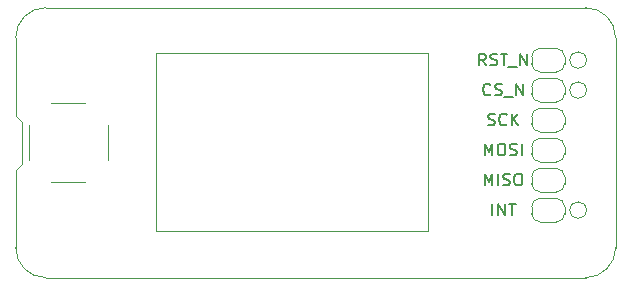
<source format=gto>
G04 #@! TF.GenerationSoftware,KiCad,Pcbnew,(5.1.2-1)-1*
G04 #@! TF.CreationDate,2019-05-16T11:37:58+08:00*
G04 #@! TF.ProjectId,huzzah-cc112x-shield,68757a7a-6168-42d6-9363-313132782d73,1*
G04 #@! TF.SameCoordinates,Original*
G04 #@! TF.FileFunction,Legend,Top*
G04 #@! TF.FilePolarity,Positive*
%FSLAX46Y46*%
G04 Gerber Fmt 4.6, Leading zero omitted, Abs format (unit mm)*
G04 Created by KiCad (PCBNEW (5.1.2-1)-1) date 2019-05-16 11:37:58*
%MOMM*%
%LPD*%
G04 APERTURE LIST*
%ADD10C,0.120000*%
%ADD11C,0.100000*%
%ADD12C,0.150000*%
G04 APERTURE END LIST*
D10*
X61660000Y-17780000D02*
G75*
G03X61660000Y-17780000I-700000J0D01*
G01*
X61660000Y-20320000D02*
G75*
G03X61660000Y-20320000I-700000J0D01*
G01*
X61660000Y-30480000D02*
G75*
G03X61660000Y-30480000I-700000J0D01*
G01*
X57720000Y-19320000D02*
X59120000Y-19320000D01*
X59820000Y-20020000D02*
X59820000Y-20620000D01*
X59120000Y-21320000D02*
X57720000Y-21320000D01*
X57020000Y-20620000D02*
X57020000Y-20020000D01*
X57020000Y-20020000D02*
G75*
G02X57720000Y-19320000I700000J0D01*
G01*
X57720000Y-21320000D02*
G75*
G02X57020000Y-20620000I0J700000D01*
G01*
X59820000Y-20620000D02*
G75*
G02X59120000Y-21320000I-700000J0D01*
G01*
X59120000Y-19320000D02*
G75*
G02X59820000Y-20020000I0J-700000D01*
G01*
X57720000Y-26940000D02*
X59120000Y-26940000D01*
X59820000Y-27640000D02*
X59820000Y-28240000D01*
X59120000Y-28940000D02*
X57720000Y-28940000D01*
X57020000Y-28240000D02*
X57020000Y-27640000D01*
X57020000Y-27640000D02*
G75*
G02X57720000Y-26940000I700000J0D01*
G01*
X57720000Y-28940000D02*
G75*
G02X57020000Y-28240000I0J700000D01*
G01*
X59820000Y-28240000D02*
G75*
G02X59120000Y-28940000I-700000J0D01*
G01*
X59120000Y-26940000D02*
G75*
G02X59820000Y-27640000I0J-700000D01*
G01*
X57720000Y-21860000D02*
X59120000Y-21860000D01*
X59820000Y-22560000D02*
X59820000Y-23160000D01*
X59120000Y-23860000D02*
X57720000Y-23860000D01*
X57020000Y-23160000D02*
X57020000Y-22560000D01*
X57020000Y-22560000D02*
G75*
G02X57720000Y-21860000I700000J0D01*
G01*
X57720000Y-23860000D02*
G75*
G02X57020000Y-23160000I0J700000D01*
G01*
X59820000Y-23160000D02*
G75*
G02X59120000Y-23860000I-700000J0D01*
G01*
X59120000Y-21860000D02*
G75*
G02X59820000Y-22560000I0J-700000D01*
G01*
X57720000Y-24400000D02*
X59120000Y-24400000D01*
X59820000Y-25100000D02*
X59820000Y-25700000D01*
X59120000Y-26400000D02*
X57720000Y-26400000D01*
X57020000Y-25700000D02*
X57020000Y-25100000D01*
X57020000Y-25100000D02*
G75*
G02X57720000Y-24400000I700000J0D01*
G01*
X57720000Y-26400000D02*
G75*
G02X57020000Y-25700000I0J700000D01*
G01*
X59820000Y-25700000D02*
G75*
G02X59120000Y-26400000I-700000J0D01*
G01*
X59120000Y-24400000D02*
G75*
G02X59820000Y-25100000I0J-700000D01*
G01*
X57720000Y-29480000D02*
X59120000Y-29480000D01*
X59820000Y-30180000D02*
X59820000Y-30780000D01*
X59120000Y-31480000D02*
X57720000Y-31480000D01*
X57020000Y-30780000D02*
X57020000Y-30180000D01*
X57020000Y-30180000D02*
G75*
G02X57720000Y-29480000I700000J0D01*
G01*
X57720000Y-31480000D02*
G75*
G02X57020000Y-30780000I0J700000D01*
G01*
X59820000Y-30780000D02*
G75*
G02X59120000Y-31480000I-700000J0D01*
G01*
X59120000Y-29480000D02*
G75*
G02X59820000Y-30180000I0J-700000D01*
G01*
X57720000Y-16780000D02*
X59120000Y-16780000D01*
X59820000Y-17480000D02*
X59820000Y-18080000D01*
X59120000Y-18780000D02*
X57720000Y-18780000D01*
X57020000Y-18080000D02*
X57020000Y-17480000D01*
X57020000Y-17480000D02*
G75*
G02X57720000Y-16780000I700000J0D01*
G01*
X57720000Y-18780000D02*
G75*
G02X57020000Y-18080000I0J700000D01*
G01*
X59820000Y-18080000D02*
G75*
G02X59120000Y-18780000I-700000J0D01*
G01*
X59120000Y-16780000D02*
G75*
G02X59820000Y-17480000I0J-700000D01*
G01*
D11*
X15875000Y-36195000D02*
G75*
G02X13335000Y-33655000I0J2540000D01*
G01*
X13335000Y-27051000D02*
X13335000Y-33655000D01*
X13843000Y-26543000D02*
X13335000Y-27051000D01*
X13843000Y-22987000D02*
X13843000Y-26543000D01*
X13335000Y-22479000D02*
X13843000Y-22987000D01*
X13335000Y-15875000D02*
X13335000Y-22479000D01*
X13335000Y-15875000D02*
G75*
G02X15875000Y-13335000I2540000J0D01*
G01*
X61595000Y-13335000D02*
X15875000Y-13335000D01*
X61595000Y-13335000D02*
G75*
G02X64135000Y-15875000I0J-2540000D01*
G01*
X64135000Y-33655000D02*
X64135000Y-15875000D01*
X64135000Y-33655000D02*
G75*
G02X61595000Y-36195000I-2540000J0D01*
G01*
X15875000Y-36195000D02*
X61595000Y-36195000D01*
D10*
X48250000Y-32250000D02*
X48250000Y-17190000D01*
X48250000Y-32250000D02*
X25200000Y-32250000D01*
X25200000Y-32250000D02*
X25200000Y-17190000D01*
X48250000Y-17190000D02*
X25200000Y-17190000D01*
X16330000Y-28120000D02*
X19230000Y-28120000D01*
X16330000Y-21410000D02*
X19230000Y-21410000D01*
X21135000Y-26215000D02*
X21135000Y-23315000D01*
X14425000Y-26215000D02*
X14425000Y-23315000D01*
D12*
X53538571Y-20677142D02*
X53490952Y-20724761D01*
X53348095Y-20772380D01*
X53252857Y-20772380D01*
X53110000Y-20724761D01*
X53014761Y-20629523D01*
X52967142Y-20534285D01*
X52919523Y-20343809D01*
X52919523Y-20200952D01*
X52967142Y-20010476D01*
X53014761Y-19915238D01*
X53110000Y-19820000D01*
X53252857Y-19772380D01*
X53348095Y-19772380D01*
X53490952Y-19820000D01*
X53538571Y-19867619D01*
X53919523Y-20724761D02*
X54062380Y-20772380D01*
X54300476Y-20772380D01*
X54395714Y-20724761D01*
X54443333Y-20677142D01*
X54490952Y-20581904D01*
X54490952Y-20486666D01*
X54443333Y-20391428D01*
X54395714Y-20343809D01*
X54300476Y-20296190D01*
X54110000Y-20248571D01*
X54014761Y-20200952D01*
X53967142Y-20153333D01*
X53919523Y-20058095D01*
X53919523Y-19962857D01*
X53967142Y-19867619D01*
X54014761Y-19820000D01*
X54110000Y-19772380D01*
X54348095Y-19772380D01*
X54490952Y-19820000D01*
X54681428Y-20867619D02*
X55443333Y-20867619D01*
X55681428Y-20772380D02*
X55681428Y-19772380D01*
X56252857Y-20772380D01*
X56252857Y-19772380D01*
X53038571Y-28392380D02*
X53038571Y-27392380D01*
X53371904Y-28106666D01*
X53705238Y-27392380D01*
X53705238Y-28392380D01*
X54181428Y-28392380D02*
X54181428Y-27392380D01*
X54610000Y-28344761D02*
X54752857Y-28392380D01*
X54990952Y-28392380D01*
X55086190Y-28344761D01*
X55133809Y-28297142D01*
X55181428Y-28201904D01*
X55181428Y-28106666D01*
X55133809Y-28011428D01*
X55086190Y-27963809D01*
X54990952Y-27916190D01*
X54800476Y-27868571D01*
X54705238Y-27820952D01*
X54657619Y-27773333D01*
X54610000Y-27678095D01*
X54610000Y-27582857D01*
X54657619Y-27487619D01*
X54705238Y-27440000D01*
X54800476Y-27392380D01*
X55038571Y-27392380D01*
X55181428Y-27440000D01*
X55800476Y-27392380D02*
X55990952Y-27392380D01*
X56086190Y-27440000D01*
X56181428Y-27535238D01*
X56229047Y-27725714D01*
X56229047Y-28059047D01*
X56181428Y-28249523D01*
X56086190Y-28344761D01*
X55990952Y-28392380D01*
X55800476Y-28392380D01*
X55705238Y-28344761D01*
X55610000Y-28249523D01*
X55562380Y-28059047D01*
X55562380Y-27725714D01*
X55610000Y-27535238D01*
X55705238Y-27440000D01*
X55800476Y-27392380D01*
X53324285Y-23264761D02*
X53467142Y-23312380D01*
X53705238Y-23312380D01*
X53800476Y-23264761D01*
X53848095Y-23217142D01*
X53895714Y-23121904D01*
X53895714Y-23026666D01*
X53848095Y-22931428D01*
X53800476Y-22883809D01*
X53705238Y-22836190D01*
X53514761Y-22788571D01*
X53419523Y-22740952D01*
X53371904Y-22693333D01*
X53324285Y-22598095D01*
X53324285Y-22502857D01*
X53371904Y-22407619D01*
X53419523Y-22360000D01*
X53514761Y-22312380D01*
X53752857Y-22312380D01*
X53895714Y-22360000D01*
X54895714Y-23217142D02*
X54848095Y-23264761D01*
X54705238Y-23312380D01*
X54610000Y-23312380D01*
X54467142Y-23264761D01*
X54371904Y-23169523D01*
X54324285Y-23074285D01*
X54276666Y-22883809D01*
X54276666Y-22740952D01*
X54324285Y-22550476D01*
X54371904Y-22455238D01*
X54467142Y-22360000D01*
X54610000Y-22312380D01*
X54705238Y-22312380D01*
X54848095Y-22360000D01*
X54895714Y-22407619D01*
X55324285Y-23312380D02*
X55324285Y-22312380D01*
X55895714Y-23312380D02*
X55467142Y-22740952D01*
X55895714Y-22312380D02*
X55324285Y-22883809D01*
X53038571Y-25852380D02*
X53038571Y-24852380D01*
X53371904Y-25566666D01*
X53705238Y-24852380D01*
X53705238Y-25852380D01*
X54371904Y-24852380D02*
X54562380Y-24852380D01*
X54657619Y-24900000D01*
X54752857Y-24995238D01*
X54800476Y-25185714D01*
X54800476Y-25519047D01*
X54752857Y-25709523D01*
X54657619Y-25804761D01*
X54562380Y-25852380D01*
X54371904Y-25852380D01*
X54276666Y-25804761D01*
X54181428Y-25709523D01*
X54133809Y-25519047D01*
X54133809Y-25185714D01*
X54181428Y-24995238D01*
X54276666Y-24900000D01*
X54371904Y-24852380D01*
X55181428Y-25804761D02*
X55324285Y-25852380D01*
X55562380Y-25852380D01*
X55657619Y-25804761D01*
X55705238Y-25757142D01*
X55752857Y-25661904D01*
X55752857Y-25566666D01*
X55705238Y-25471428D01*
X55657619Y-25423809D01*
X55562380Y-25376190D01*
X55371904Y-25328571D01*
X55276666Y-25280952D01*
X55229047Y-25233333D01*
X55181428Y-25138095D01*
X55181428Y-25042857D01*
X55229047Y-24947619D01*
X55276666Y-24900000D01*
X55371904Y-24852380D01*
X55610000Y-24852380D01*
X55752857Y-24900000D01*
X56181428Y-25852380D02*
X56181428Y-24852380D01*
X53705238Y-30932380D02*
X53705238Y-29932380D01*
X54181428Y-30932380D02*
X54181428Y-29932380D01*
X54752857Y-30932380D01*
X54752857Y-29932380D01*
X55086190Y-29932380D02*
X55657619Y-29932380D01*
X55371904Y-30932380D02*
X55371904Y-29932380D01*
X53157619Y-18232380D02*
X52824285Y-17756190D01*
X52586190Y-18232380D02*
X52586190Y-17232380D01*
X52967142Y-17232380D01*
X53062380Y-17280000D01*
X53110000Y-17327619D01*
X53157619Y-17422857D01*
X53157619Y-17565714D01*
X53110000Y-17660952D01*
X53062380Y-17708571D01*
X52967142Y-17756190D01*
X52586190Y-17756190D01*
X53538571Y-18184761D02*
X53681428Y-18232380D01*
X53919523Y-18232380D01*
X54014761Y-18184761D01*
X54062380Y-18137142D01*
X54110000Y-18041904D01*
X54110000Y-17946666D01*
X54062380Y-17851428D01*
X54014761Y-17803809D01*
X53919523Y-17756190D01*
X53729047Y-17708571D01*
X53633809Y-17660952D01*
X53586190Y-17613333D01*
X53538571Y-17518095D01*
X53538571Y-17422857D01*
X53586190Y-17327619D01*
X53633809Y-17280000D01*
X53729047Y-17232380D01*
X53967142Y-17232380D01*
X54110000Y-17280000D01*
X54395714Y-17232380D02*
X54967142Y-17232380D01*
X54681428Y-18232380D02*
X54681428Y-17232380D01*
X55062380Y-18327619D02*
X55824285Y-18327619D01*
X56062380Y-18232380D02*
X56062380Y-17232380D01*
X56633809Y-18232380D01*
X56633809Y-17232380D01*
M02*

</source>
